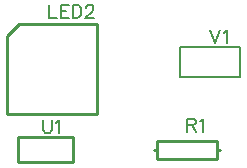
<source format=gto>
G04 Layer: TopSilkscreenLayer*
G04 EasyEDA v6.4.31, 2022-01-29 17:29:22*
G04 67aa8dcb152247358fa929708868e3bd,10*
G04 Gerber Generator version 0.2*
G04 Scale: 100 percent, Rotated: No, Reflected: No *
G04 Dimensions in millimeters *
G04 leading zeros omitted , absolute positions ,4 integer and 5 decimal *
%FSLAX45Y45*%
%MOMM*%

%ADD10C,0.2540*%
%ADD15C,0.2007*%
%ADD16C,0.1524*%

%LPD*%
D16*
X1155700Y4776215D02*
G01*
X1155700Y4667250D01*
X1155700Y4667250D02*
G01*
X1217929Y4667250D01*
X1252220Y4776215D02*
G01*
X1252220Y4667250D01*
X1252220Y4776215D02*
G01*
X1319784Y4776215D01*
X1252220Y4724400D02*
G01*
X1293876Y4724400D01*
X1252220Y4667250D02*
G01*
X1319784Y4667250D01*
X1354073Y4776215D02*
G01*
X1354073Y4667250D01*
X1354073Y4776215D02*
G01*
X1390650Y4776215D01*
X1406144Y4771136D01*
X1416557Y4760721D01*
X1421637Y4750307D01*
X1426971Y4734560D01*
X1426971Y4708652D01*
X1421637Y4693157D01*
X1416557Y4682744D01*
X1406144Y4672329D01*
X1390650Y4667250D01*
X1354073Y4667250D01*
X1466342Y4750307D02*
G01*
X1466342Y4755387D01*
X1471676Y4765802D01*
X1476755Y4771136D01*
X1487170Y4776215D01*
X1507997Y4776215D01*
X1518412Y4771136D01*
X1523492Y4765802D01*
X1528826Y4755387D01*
X1528826Y4744973D01*
X1523492Y4734560D01*
X1513078Y4719065D01*
X1461262Y4667250D01*
X1533905Y4667250D01*
X2324100Y3811015D02*
G01*
X2324100Y3702050D01*
X2324100Y3811015D02*
G01*
X2370836Y3811015D01*
X2386329Y3805936D01*
X2391663Y3800602D01*
X2396743Y3790187D01*
X2396743Y3779773D01*
X2391663Y3769360D01*
X2386329Y3764279D01*
X2370836Y3759200D01*
X2324100Y3759200D01*
X2360422Y3759200D02*
G01*
X2396743Y3702050D01*
X2431034Y3790187D02*
G01*
X2441447Y3795521D01*
X2457195Y3811015D01*
X2457195Y3702050D01*
X1104900Y3798315D02*
G01*
X1104900Y3720337D01*
X1109979Y3704844D01*
X1120394Y3694429D01*
X1136142Y3689350D01*
X1146555Y3689350D01*
X1162050Y3694429D01*
X1172463Y3704844D01*
X1177544Y3720337D01*
X1177544Y3798315D01*
X1211834Y3777487D02*
G01*
X1222247Y3782821D01*
X1237995Y3798315D01*
X1237995Y3689350D01*
X2514600Y4560315D02*
G01*
X2556256Y4451350D01*
X2597658Y4560315D02*
G01*
X2556256Y4451350D01*
X2631947Y4539487D02*
G01*
X2642361Y4544821D01*
X2658109Y4560315D01*
X2658109Y4451350D01*
D10*
X800100Y4508500D02*
G01*
X901700Y4610100D01*
X896061Y4610100D02*
G01*
X1562100Y4610100D01*
X1562100Y4610100D02*
G01*
X1562100Y3848100D01*
X1562100Y3848100D02*
G01*
X800100Y3848100D01*
X800100Y3848100D02*
G01*
X800100Y4513846D01*
X2070100Y3619500D02*
G01*
X2578100Y3619500D01*
X2578100Y3619500D02*
G01*
X2578100Y3543300D01*
X2578100Y3543300D02*
G01*
X2578100Y3467100D01*
X2578100Y3467100D02*
G01*
X2070100Y3467100D01*
X2070100Y3467100D02*
G01*
X2070100Y3543300D01*
X2070100Y3543300D02*
G01*
X2070100Y3619500D01*
X2578100Y3543300D02*
G01*
X2603500Y3543300D01*
X2070100Y3543300D02*
G01*
X2044700Y3543300D01*
X889000Y3657600D02*
G01*
X1358900Y3657600D01*
X1358900Y3441700D01*
X889000Y3441700D01*
X889000Y3657600D01*
D15*
X2260600Y4419600D02*
G01*
X2768600Y4419600D01*
X2260600Y4165600D02*
G01*
X2260600Y4419600D01*
X2260600Y4165600D02*
G01*
X2768600Y4165600D01*
X2768600Y4165600D02*
G01*
X2768600Y4419600D01*
M02*

</source>
